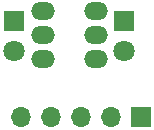
<source format=gbs>
G04 #@! TF.GenerationSoftware,KiCad,Pcbnew,(5.1.10)-1*
G04 #@! TF.CreationDate,2021-06-08T20:19:30+01:00*
G04 #@! TF.ProjectId,Korry_PCB2,4b6f7272-795f-4504-9342-322e6b696361,V1*
G04 #@! TF.SameCoordinates,Original*
G04 #@! TF.FileFunction,Soldermask,Bot*
G04 #@! TF.FilePolarity,Negative*
%FSLAX46Y46*%
G04 Gerber Fmt 4.6, Leading zero omitted, Abs format (unit mm)*
G04 Created by KiCad (PCBNEW (5.1.10)-1) date 2021-06-08 20:19:30*
%MOMM*%
%LPD*%
G01*
G04 APERTURE LIST*
%ADD10O,2.000000X1.500000*%
%ADD11R,1.800000X1.800000*%
%ADD12C,1.800000*%
%ADD13R,1.700000X1.700000*%
%ADD14O,1.700000X1.700000*%
G04 APERTURE END LIST*
D10*
X62717680Y-46972220D03*
X62717680Y-44932220D03*
X62717680Y-42962220D03*
X67257680Y-42962220D03*
X67257680Y-44932220D03*
X67257680Y-46972220D03*
D11*
X60299600Y-43756580D03*
D12*
X60299600Y-46296580D03*
X69626480Y-46296580D03*
D11*
X69626480Y-43756580D03*
D13*
X70995540Y-51897280D03*
D14*
X68455540Y-51897280D03*
X65915540Y-51897280D03*
X63375540Y-51897280D03*
X60835540Y-51897280D03*
M02*

</source>
